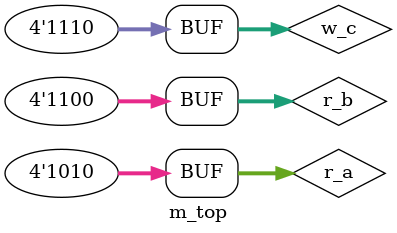
<source format=v>
`default_nettype none
module m_top();
  reg  [3:0] r_a, r_b;
  wire [3:0] w_c;
  assign w_c = r_a | r_b;
  initial begin r_a<=4'b1010; r_b<=4'b1100; end
  always@(*) #1 $display("%3d %b %b %b", $time, r_a, r_b, w_c);
endmodule

</source>
